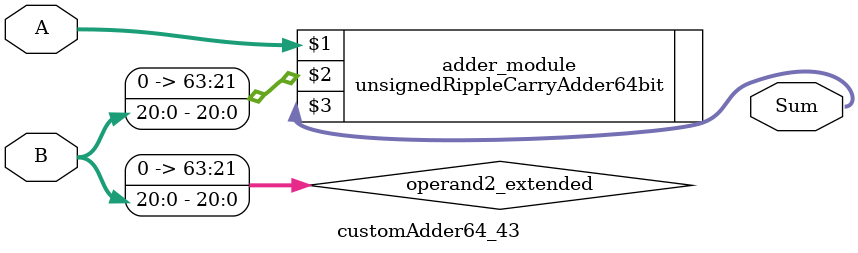
<source format=v>
module customAdder64_43(
                        input [63 : 0] A,
                        input [20 : 0] B,
                        
                        output [64 : 0] Sum
                );

        wire [63 : 0] operand2_extended;
        
        assign operand2_extended =  {43'b0, B};
        
        unsignedRippleCarryAdder64bit adder_module(
            A,
            operand2_extended,
            Sum
        );
        
        endmodule
        
</source>
